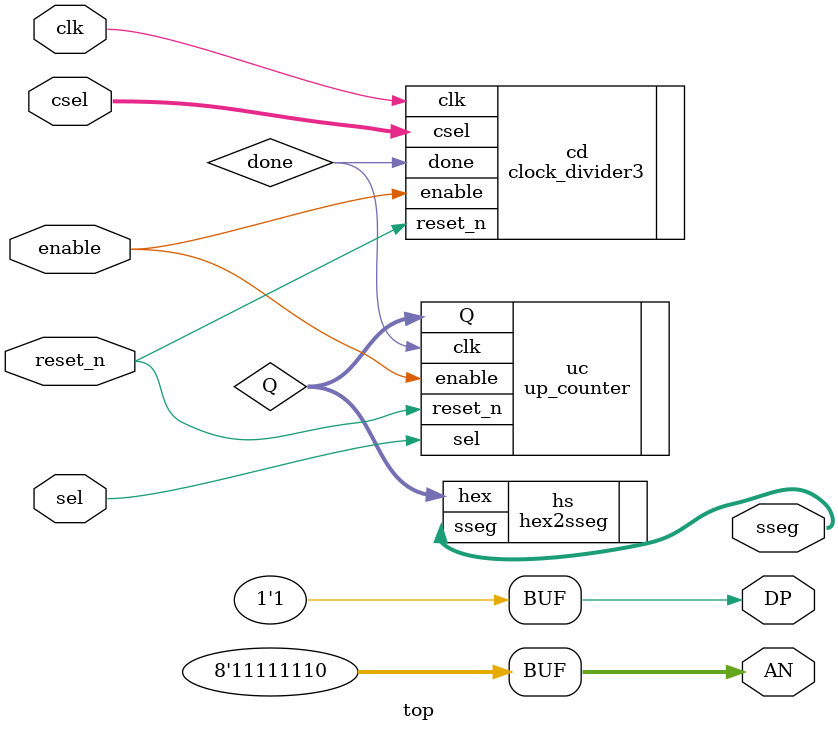
<source format=v>
`timescale 1ns / 1ps


module top(
    input clk,
    input reset_n,
    input enable,
    input sel,
    input [4:0] csel,
    output [6:0] sseg,
    output [7:0] AN,
    output DP
    );
    assign AN = 8'b11111110;
    assign DP = 1;
    
    wire done;
    clock_divider3 cd(
        .clk(clk),
        .reset_n(reset_n),
        .enable(enable),
        .csel(csel),
        .done(done)
    );
    
    wire [3:0] Q;
    up_counter uc(
        .clk(done),
        .reset_n(reset_n),
        .enable(enable),
        .sel(sel),
        .Q(Q)
    );
    
    hex2sseg hs(
        .hex(Q),
        .sseg(sseg)
    );
    
    
endmodule


</source>
